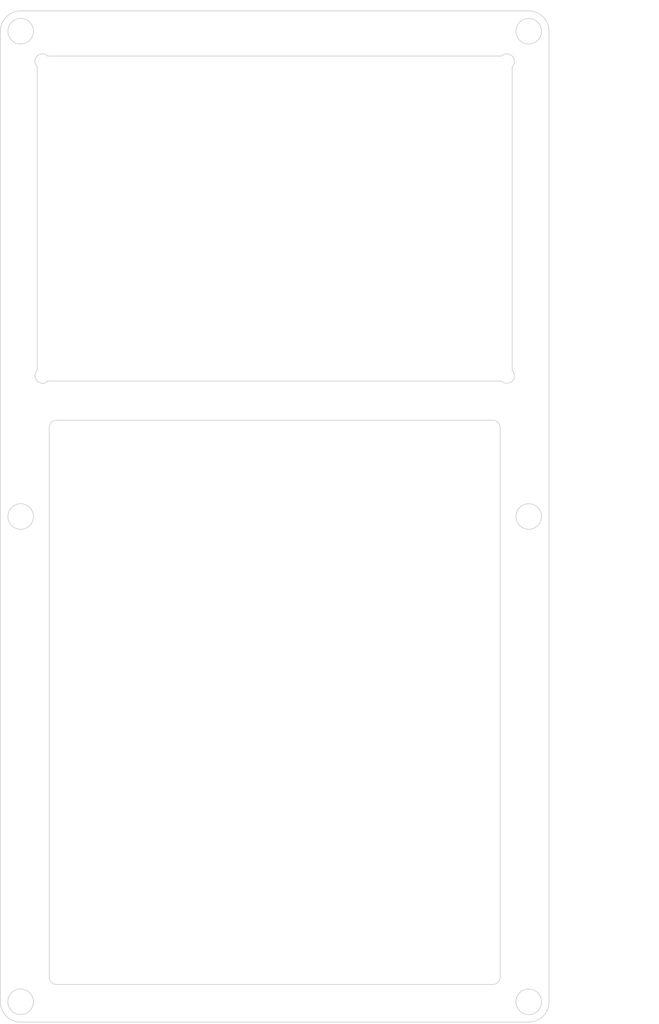
<source format=kicad_pcb>
(kicad_pcb (version 20221018) (generator pcbnew)

  (general
    (thickness 0.8)
  )

  (paper "A4")
  (layers
    (0 "F.Cu" signal)
    (31 "B.Cu" signal)
    (32 "B.Adhes" user "B.Adhesive")
    (33 "F.Adhes" user "F.Adhesive")
    (34 "B.Paste" user)
    (35 "F.Paste" user)
    (36 "B.SilkS" user "B.Silkscreen")
    (37 "F.SilkS" user "F.Silkscreen")
    (38 "B.Mask" user)
    (39 "F.Mask" user)
    (40 "Dwgs.User" user "User.Drawings")
    (41 "Cmts.User" user "User.Comments")
    (42 "Eco1.User" user "User.Eco1")
    (43 "Eco2.User" user "User.Eco2")
    (44 "Edge.Cuts" user)
    (45 "Margin" user)
    (46 "B.CrtYd" user "B.Courtyard")
    (47 "F.CrtYd" user "F.Courtyard")
    (48 "B.Fab" user)
    (49 "F.Fab" user)
    (50 "User.1" user)
    (51 "User.2" user)
    (52 "User.3" user)
    (53 "User.4" user)
    (54 "User.5" user)
    (55 "User.6" user)
    (56 "User.7" user)
    (57 "User.8" user)
    (58 "User.9" user)
  )

  (setup
    (stackup
      (layer "F.SilkS" (type "Top Silk Screen") (color "White"))
      (layer "F.Paste" (type "Top Solder Paste"))
      (layer "F.Mask" (type "Top Solder Mask") (color "Black") (thickness 0.01))
      (layer "F.Cu" (type "copper") (thickness 0.035))
      (layer "dielectric 1" (type "core") (thickness 0.71) (material "FR4") (epsilon_r 4.5) (loss_tangent 0.02))
      (layer "B.Cu" (type "copper") (thickness 0.035))
      (layer "B.Mask" (type "Bottom Solder Mask") (color "Black") (thickness 0.01))
      (layer "B.Paste" (type "Bottom Solder Paste"))
      (layer "B.SilkS" (type "Bottom Silk Screen") (color "White"))
      (copper_finish "None")
      (dielectric_constraints no)
    )
    (pad_to_mask_clearance 0)
    (pcbplotparams
      (layerselection 0x00010fc_ffffffff)
      (plot_on_all_layers_selection 0x0000000_00000000)
      (disableapertmacros false)
      (usegerberextensions false)
      (usegerberattributes true)
      (usegerberadvancedattributes true)
      (creategerberjobfile true)
      (dashed_line_dash_ratio 12.000000)
      (dashed_line_gap_ratio 3.000000)
      (svgprecision 4)
      (plotframeref false)
      (viasonmask false)
      (mode 1)
      (useauxorigin false)
      (hpglpennumber 1)
      (hpglpenspeed 20)
      (hpglpendiameter 15.000000)
      (dxfpolygonmode true)
      (dxfimperialunits true)
      (dxfusepcbnewfont true)
      (psnegative false)
      (psa4output false)
      (plotreference true)
      (plotvalue true)
      (plotinvisibletext false)
      (sketchpadsonfab false)
      (subtractmaskfromsilk false)
      (outputformat 1)
      (mirror false)
      (drillshape 1)
      (scaleselection 1)
      (outputdirectory "")
    )
  )

  (net 0 "")

  (gr_line (start 136.5 32.7) (end 136.5 161.7)
    (stroke (width 0.1) (type default)) (layer "Edge.Cuts") (tstamp 134291ff-5491-455c-bc4d-56f84eb07fc5))
  (gr_circle (center 133.8 161.7) (end 133.8 163.4)
    (stroke (width 0.1) (type default)) (fill none) (layer "Edge.Cuts") (tstamp 20ef69a2-e610-4588-943c-a94b460919e5))
  (gr_line (start 63.5 161.7) (end 63.5 32.7)
    (stroke (width 0.1) (type default)) (layer "Edge.Cuts") (tstamp 294c1cda-57b2-456e-a568-1a1f3756eb2f))
  (gr_line (start 131.6 37.414212) (end 131.6 77.785787)
    (stroke (width 0.1) (type default)) (layer "Edge.Cuts") (tstamp 29a487b1-1752-4e41-ac5d-262d81204498))
  (gr_line (start 70 158.4) (end 70 85.4)
    (stroke (width 0.1) (type default)) (layer "Edge.Cuts") (tstamp 2c811279-5e7f-40e8-a27f-517c332501fa))
  (gr_arc (start 130 158.4) (mid 129.707107 159.107107) (end 129 159.4)
    (stroke (width 0.1) (type default)) (layer "Edge.Cuts") (tstamp 36c2d110-f389-439e-a34f-542e5994b221))
  (gr_line (start 66.2 30) (end 133.8 30)
    (stroke (width 0.1) (type default)) (layer "Edge.Cuts") (tstamp 58195dcb-3104-4911-b019-33e1a3117c4f))
  (gr_arc (start 63.5 32.7) (mid 64.290812 30.790812) (end 66.2 30)
    (stroke (width 0.1) (type default)) (layer "Edge.Cuts") (tstamp 6d4457eb-4a4d-42cc-b81d-ced49c86393b))
  (gr_arc (start 68.4 37.414211) (mid 68.399995 35.999994) (end 69.814211 36.000001)
    (stroke (width 0.1) (type default)) (layer "Edge.Cuts") (tstamp 71d9ec47-32c1-4e19-9c9c-676b95e6d407))
  (gr_arc (start 133.8 30) (mid 135.709188 30.790812) (end 136.5 32.7)
    (stroke (width 0.1) (type default)) (layer "Edge.Cuts") (tstamp 7d79fd47-ccac-4032-9960-f44c7e8e37ff))
  (gr_line (start 69.814212 36) (end 130.185788 36)
    (stroke (width 0.1) (type default)) (layer "Edge.Cuts") (tstamp 84c92009-6593-4e14-a989-8bf08630c545))
  (gr_line (start 133.8 164.4) (end 66.2 164.4)
    (stroke (width 0.1) (type default)) (layer "Edge.Cuts") (tstamp 864dbd93-2c63-4ae9-9dd8-0244df4c52c5))
  (gr_line (start 130.185788 79.2) (end 69.814212 79.2)
    (stroke (width 0.1) (type default)) (layer "Edge.Cuts") (tstamp 96c43e9d-fe44-4c56-9e8c-7d3aa7b7505b))
  (gr_line (start 68.4 77.785788) (end 68.4 37.414212)
    (stroke (width 0.1) (type default)) (layer "Edge.Cuts") (tstamp 9760e4bf-8cc0-4db8-b1fc-c2aba51f37ba))
  (gr_line (start 129 159.4) (end 71 159.4)
    (stroke (width 0.1) (type default)) (layer "Edge.Cuts") (tstamp 9bbd0596-04a7-4bca-8432-ce6903f50ad8))
  (gr_arc (start 66.2 164.4) (mid 64.290812 163.609188) (end 63.5 161.7)
    (stroke (width 0.1) (type default)) (layer "Edge.Cuts") (tstamp 9fc204f4-4b85-45fc-b408-e2f40fc82e28))
  (gr_line (start 71 84.4) (end 129 84.4)
    (stroke (width 0.1) (type default)) (layer "Edge.Cuts") (tstamp a087b805-9e75-4eeb-ba63-adfa3333173a))
  (gr_arc (start 131.6 77.785787) (mid 131.600001 79.2) (end 130.185788 79.200001)
    (stroke (width 0.1) (type default)) (layer "Edge.Cuts") (tstamp afc1aaa1-1875-4333-b80c-dcfebc1f4acd))
  (gr_arc (start 136.5 161.7) (mid 135.709188 163.609188) (end 133.8 164.4)
    (stroke (width 0.1) (type default)) (layer "Edge.Cuts") (tstamp b1067837-711f-46fd-9649-948c128d8267))
  (gr_arc (start 130.185787 35.999999) (mid 131.600001 35.999999) (end 131.600001 37.414213)
    (stroke (width 0.1) (type default)) (layer "Edge.Cuts") (tstamp b6e5027b-0232-4ec6-84b0-d5309f1373c5))
  (gr_arc (start 70 85.4) (mid 70.292893 84.692893) (end 71 84.4)
    (stroke (width 0.1) (type default)) (layer "Edge.Cuts") (tstamp c367d904-a54d-40ca-9f3c-fed4e08f7968))
  (gr_circle (center 66.2 97.2) (end 66.2 98.9)
    (stroke (width 0.1) (type default)) (fill none) (layer "Edge.Cuts") (tstamp ccdd8ecd-4d0d-4cfe-9edc-07ee0703446b))
  (gr_circle (center 133.8 32.7) (end 133.8 34.4)
    (stroke (width 0.1) (type default)) (fill none) (layer "Edge.Cuts") (tstamp d2171e32-4118-4a9e-ae51-461aa1189e2a))
  (gr_line (start 130 85.4) (end 130 158.4)
    (stroke (width 0.1) (type default)) (layer "Edge.Cuts") (tstamp e0648046-fb8a-4037-a7e8-987897c01702))
  (gr_arc (start 129 84.4) (mid 129.707107 84.692893) (end 130 85.4)
    (stroke (width 0.1) (type default)) (layer "Edge.Cuts") (tstamp e754570f-60f2-4ff6-b29c-3b325e194ecc))
  (gr_circle (center 66.2 32.7) (end 66.2 34.4)
    (stroke (width 0.1) (type default)) (fill none) (layer "Edge.Cuts") (tstamp e7b21aec-602f-4463-9be9-a6d73b77cbba))
  (gr_circle (center 66.2 161.7) (end 66.2 163.4)
    (stroke (width 0.1) (type default)) (fill none) (layer "Edge.Cuts") (tstamp e7e737ef-70e0-484c-9d22-4080ab1a7e67))
  (gr_circle (center 133.8 97.2) (end 133.8 98.9)
    (stroke (width 0.1) (type default)) (fill none) (layer "Edge.Cuts") (tstamp f7a35d70-68e4-4c21-901b-22ea4b673206))
  (gr_arc (start 71 159.4) (mid 70.292893 159.107107) (end 70 158.4)
    (stroke (width 0.1) (type default)) (layer "Edge.Cuts") (tstamp f93d3025-b4d5-4a7b-b7b9-ea5793216f91))
  (gr_arc (start 69.814212 79.2) (mid 68.4 79.2) (end 68.4 77.785788)
    (stroke (width 0.1) (type default)) (layer "Edge.Cuts") (tstamp fbb8a932-322f-400c-be99-aa30dd44359b))
  (gr_text "PCB3D_TL_spacer3" (at 63.5 30) (layer "Cmts.User") (tstamp 00a6dacf-b0b4-4980-92f3-d9980f425b15)
    (effects (font (size 1 1) (thickness 0.15)) (justify left bottom))
  )
  (gr_text "PCB3D_BR_spacer3" (at 136.5 164.4) (layer "Cmts.User") (tstamp b54ace3a-2017-4ff9-9eb9-bf73e30dfd6a)
    (effects (font (size 1 1) (thickness 0.15)) (justify left bottom))
  )

)

</source>
